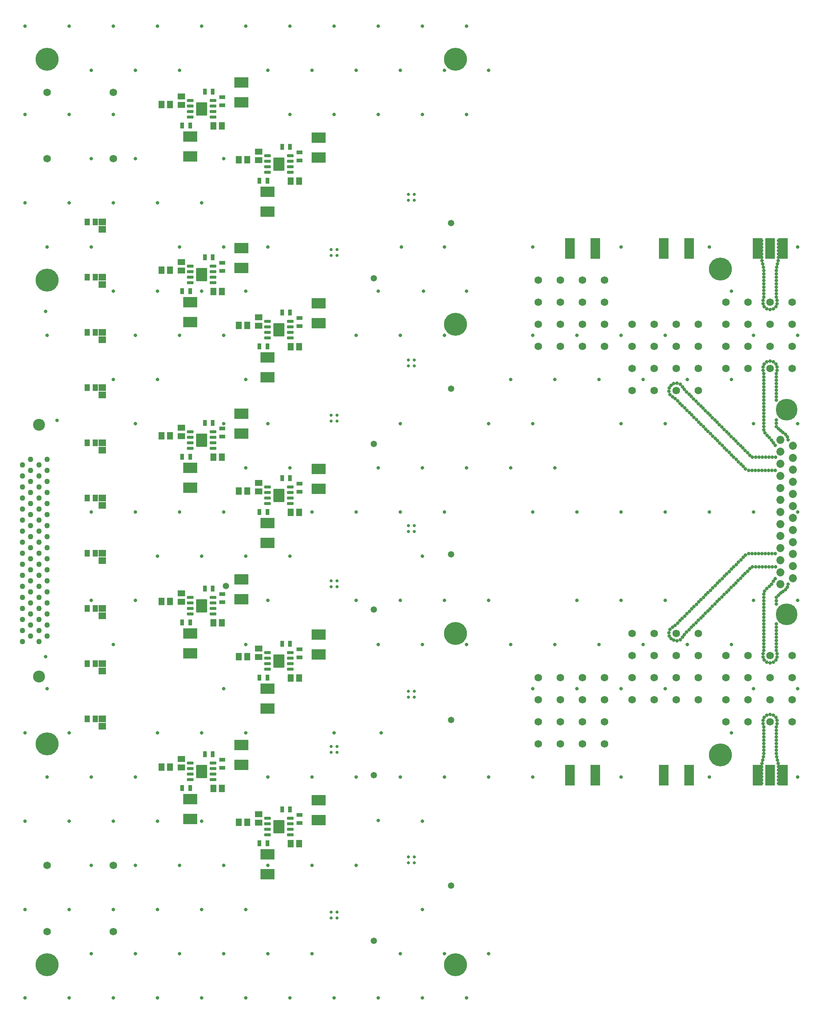
<source format=gbr>
%TF.GenerationSoftware,Altium Limited,Altium Designer,25.0.2 (28)*%
G04 Layer_Color=8388736*
%FSLAX45Y45*%
%MOMM*%
%TF.SameCoordinates,BFBE90A8-51B7-47FB-822D-EC39B52C7656*%
%TF.FilePolarity,Negative*%
%TF.FileFunction,Soldermask,Top*%
%TF.Part,Single*%
G01*
G75*
%TA.AperFunction,SMDPad,CuDef*%
%ADD13R,0.95000X1.40000*%
%ADD17R,1.40000X0.95000*%
%TA.AperFunction,ViaPad*%
%ADD47C,1.47320*%
%TA.AperFunction,OtherPad,Pad U10-9 (88.9mm,80.01mm)*%
G04:AMPARAMS|DCode=57|XSize=2.49mm|YSize=3mm|CornerRadius=0.0498mm|HoleSize=0mm|Usage=FLASHONLY|Rotation=0.000|XOffset=0mm|YOffset=0mm|HoleType=Round|Shape=RoundedRectangle|*
%AMROUNDEDRECTD57*
21,1,2.49000,2.90040,0,0,0.0*
21,1,2.39040,3.00000,0,0,0.0*
1,1,0.09960,1.19520,-1.45020*
1,1,0.09960,-1.19520,-1.45020*
1,1,0.09960,-1.19520,1.45020*
1,1,0.09960,1.19520,1.45020*
%
%ADD57ROUNDEDRECTD57*%
%TA.AperFunction,OtherPad,Pad U2-9 (88.9mm,232.41mm)*%
G04:AMPARAMS|DCode=58|XSize=2.49mm|YSize=3mm|CornerRadius=0.0498mm|HoleSize=0mm|Usage=FLASHONLY|Rotation=0.000|XOffset=0mm|YOffset=0mm|HoleType=Round|Shape=RoundedRectangle|*
%AMROUNDEDRECTD58*
21,1,2.49000,2.90040,0,0,0.0*
21,1,2.39040,3.00000,0,0,0.0*
1,1,0.09960,1.19520,-1.45020*
1,1,0.09960,-1.19520,-1.45020*
1,1,0.09960,-1.19520,1.45020*
1,1,0.09960,1.19520,1.45020*
%
%ADD58ROUNDEDRECTD58*%
%TA.AperFunction,OtherPad,Pad U4-9 (88.9mm,194.31mm)*%
G04:AMPARAMS|DCode=59|XSize=2.49mm|YSize=3mm|CornerRadius=0.0498mm|HoleSize=0mm|Usage=FLASHONLY|Rotation=0.000|XOffset=0mm|YOffset=0mm|HoleType=Round|Shape=RoundedRectangle|*
%AMROUNDEDRECTD59*
21,1,2.49000,2.90040,0,0,0.0*
21,1,2.39040,3.00000,0,0,0.0*
1,1,0.09960,1.19520,-1.45020*
1,1,0.09960,-1.19520,-1.45020*
1,1,0.09960,-1.19520,1.45020*
1,1,0.09960,1.19520,1.45020*
%
%ADD59ROUNDEDRECTD59*%
%TA.AperFunction,OtherPad,Pad U8-9 (88.9mm,118.11mm)*%
G04:AMPARAMS|DCode=60|XSize=2.49mm|YSize=3mm|CornerRadius=0.0498mm|HoleSize=0mm|Usage=FLASHONLY|Rotation=0.000|XOffset=0mm|YOffset=0mm|HoleType=Round|Shape=RoundedRectangle|*
%AMROUNDEDRECTD60*
21,1,2.49000,2.90040,0,0,0.0*
21,1,2.39040,3.00000,0,0,0.0*
1,1,0.09960,1.19520,-1.45020*
1,1,0.09960,-1.19520,-1.45020*
1,1,0.09960,-1.19520,1.45020*
1,1,0.09960,1.19520,1.45020*
%
%ADD60ROUNDEDRECTD60*%
%TA.AperFunction,OtherPad,Pad U6-9 (88.9mm,156.21mm)*%
G04:AMPARAMS|DCode=61|XSize=2.49mm|YSize=3mm|CornerRadius=0.0498mm|HoleSize=0mm|Usage=FLASHONLY|Rotation=0.000|XOffset=0mm|YOffset=0mm|HoleType=Round|Shape=RoundedRectangle|*
%AMROUNDEDRECTD61*
21,1,2.49000,2.90040,0,0,0.0*
21,1,2.39040,3.00000,0,0,0.0*
1,1,0.09960,1.19520,-1.45020*
1,1,0.09960,-1.19520,-1.45020*
1,1,0.09960,-1.19520,1.45020*
1,1,0.09960,1.19520,1.45020*
%
%ADD61ROUNDEDRECTD61*%
%TA.AperFunction,OtherPad,Pad U1-9 (71.12mm,245.11mm)*%
G04:AMPARAMS|DCode=62|XSize=2.49mm|YSize=3mm|CornerRadius=0.0498mm|HoleSize=0mm|Usage=FLASHONLY|Rotation=0.000|XOffset=0mm|YOffset=0mm|HoleType=Round|Shape=RoundedRectangle|*
%AMROUNDEDRECTD62*
21,1,2.49000,2.90040,0,0,0.0*
21,1,2.39040,3.00000,0,0,0.0*
1,1,0.09960,1.19520,-1.45020*
1,1,0.09960,-1.19520,-1.45020*
1,1,0.09960,-1.19520,1.45020*
1,1,0.09960,1.19520,1.45020*
%
%ADD62ROUNDEDRECTD62*%
%TA.AperFunction,OtherPad,Pad U3-9 (71.12mm,207.01mm)*%
G04:AMPARAMS|DCode=63|XSize=2.49mm|YSize=3mm|CornerRadius=0.0498mm|HoleSize=0mm|Usage=FLASHONLY|Rotation=0.000|XOffset=0mm|YOffset=0mm|HoleType=Round|Shape=RoundedRectangle|*
%AMROUNDEDRECTD63*
21,1,2.49000,2.90040,0,0,0.0*
21,1,2.39040,3.00000,0,0,0.0*
1,1,0.09960,1.19520,-1.45020*
1,1,0.09960,-1.19520,-1.45020*
1,1,0.09960,-1.19520,1.45020*
1,1,0.09960,1.19520,1.45020*
%
%ADD63ROUNDEDRECTD63*%
%TA.AperFunction,OtherPad,Pad U9-9 (71.12mm,92.71mm)*%
G04:AMPARAMS|DCode=64|XSize=2.49mm|YSize=3mm|CornerRadius=0.0498mm|HoleSize=0mm|Usage=FLASHONLY|Rotation=0.000|XOffset=0mm|YOffset=0mm|HoleType=Round|Shape=RoundedRectangle|*
%AMROUNDEDRECTD64*
21,1,2.49000,2.90040,0,0,0.0*
21,1,2.39040,3.00000,0,0,0.0*
1,1,0.09960,1.19520,-1.45020*
1,1,0.09960,-1.19520,-1.45020*
1,1,0.09960,-1.19520,1.45020*
1,1,0.09960,1.19520,1.45020*
%
%ADD64ROUNDEDRECTD64*%
%TA.AperFunction,OtherPad,Pad U7-9 (71.12mm,130.81mm)*%
G04:AMPARAMS|DCode=65|XSize=2.49mm|YSize=3mm|CornerRadius=0.0498mm|HoleSize=0mm|Usage=FLASHONLY|Rotation=0.000|XOffset=0mm|YOffset=0mm|HoleType=Round|Shape=RoundedRectangle|*
%AMROUNDEDRECTD65*
21,1,2.49000,2.90040,0,0,0.0*
21,1,2.39040,3.00000,0,0,0.0*
1,1,0.09960,1.19520,-1.45020*
1,1,0.09960,-1.19520,-1.45020*
1,1,0.09960,-1.19520,1.45020*
1,1,0.09960,1.19520,1.45020*
%
%ADD65ROUNDEDRECTD65*%
%TA.AperFunction,OtherPad,Pad U5-9 (71.12mm,168.91mm)*%
G04:AMPARAMS|DCode=66|XSize=2.49mm|YSize=3mm|CornerRadius=0.0498mm|HoleSize=0mm|Usage=FLASHONLY|Rotation=0.000|XOffset=0mm|YOffset=0mm|HoleType=Round|Shape=RoundedRectangle|*
%AMROUNDEDRECTD66*
21,1,2.49000,2.90040,0,0,0.0*
21,1,2.39040,3.00000,0,0,0.0*
1,1,0.09960,1.19520,-1.45020*
1,1,0.09960,-1.19520,-1.45020*
1,1,0.09960,-1.19520,1.45020*
1,1,0.09960,1.19520,1.45020*
%
%ADD66ROUNDEDRECTD66*%
%TA.AperFunction,SMDPad,CuDef*%
%ADD67R,2.23520X4.77520*%
%ADD68R,1.65320X1.40320*%
%ADD69R,1.40320X1.65320*%
G04:AMPARAMS|DCode=70|XSize=0.7532mm|YSize=1.4532mm|CornerRadius=0.1511mm|HoleSize=0mm|Usage=FLASHONLY|Rotation=90.000|XOffset=0mm|YOffset=0mm|HoleType=Round|Shape=RoundedRectangle|*
%AMROUNDEDRECTD70*
21,1,0.75320,1.15100,0,0,90.0*
21,1,0.45100,1.45320,0,0,90.0*
1,1,0.30220,0.57550,0.22550*
1,1,0.30220,0.57550,-0.22550*
1,1,0.30220,-0.57550,-0.22550*
1,1,0.30220,-0.57550,0.22550*
%
%ADD70ROUNDEDRECTD70*%
%ADD71R,3.25120X2.48920*%
%ADD72R,1.65320X1.50320*%
%ADD73R,1.20320X1.55320*%
%TA.AperFunction,ComponentPad*%
%ADD74C,1.27000*%
%ADD75C,2.74320*%
%ADD76C,1.72720*%
%TA.AperFunction,ViaPad*%
%ADD77C,1.72720*%
%TA.AperFunction,ComponentPad*%
%ADD78C,1.85320*%
%ADD79C,5.00320*%
%TA.AperFunction,ViaPad*%
%ADD80C,5.28320*%
%ADD81C,0.81280*%
%ADD82C,0.70320*%
D13*
X8626900Y22860001D02*
D03*
X8441900D02*
D03*
X8626900Y19050000D02*
D03*
X8441900D02*
D03*
X8626900Y7620000D02*
D03*
X8441900D02*
D03*
X8626900Y11430000D02*
D03*
X8441900D02*
D03*
X8962600Y8394700D02*
D03*
X9147600D02*
D03*
X8962600Y12204700D02*
D03*
X9147600D02*
D03*
X8962600Y23634700D02*
D03*
X9147600D02*
D03*
X8962600Y19824699D02*
D03*
X9147600D02*
D03*
X8626900Y15239999D02*
D03*
X8441900D02*
D03*
X8962600Y16014700D02*
D03*
X9147600D02*
D03*
X6848900Y12700000D02*
D03*
X6663900D02*
D03*
X7184600Y13474699D02*
D03*
X7369600D02*
D03*
X7184600Y9664700D02*
D03*
X7369600D02*
D03*
X7184600Y21094701D02*
D03*
X7369600D02*
D03*
X7184600Y24904700D02*
D03*
X7369600D02*
D03*
X6848900Y8890000D02*
D03*
X6663900D02*
D03*
X6848900Y24130000D02*
D03*
X6663900D02*
D03*
X6848900Y20320000D02*
D03*
X6663900D02*
D03*
X6848900Y16510001D02*
D03*
X6663900D02*
D03*
X7184600Y17284700D02*
D03*
X7369600D02*
D03*
D17*
X9359900Y23326300D02*
D03*
Y23511301D02*
D03*
Y19516299D02*
D03*
Y19701300D02*
D03*
Y8086300D02*
D03*
Y8271300D02*
D03*
Y11896300D02*
D03*
Y12081300D02*
D03*
Y15706300D02*
D03*
Y15891299D02*
D03*
X7581900Y24596300D02*
D03*
Y24781300D02*
D03*
Y20786301D02*
D03*
Y20971300D02*
D03*
Y9356300D02*
D03*
Y9541300D02*
D03*
Y13166299D02*
D03*
Y13351300D02*
D03*
Y16976300D02*
D03*
Y17161301D02*
D03*
D47*
X7670800Y13538200D02*
D03*
X8026400Y25120599D02*
D03*
X9804400Y23850600D02*
D03*
X8026400Y21310600D02*
D03*
X9804400Y20040601D02*
D03*
X8026400Y17500600D02*
D03*
X9804400Y16230600D02*
D03*
Y12420600D02*
D03*
X8026400Y9880600D02*
D03*
X9804400Y8610600D02*
D03*
X11074400Y5372100D02*
D03*
X12852400Y6642100D02*
D03*
X11074400Y9182100D02*
D03*
X12852400Y10452100D02*
D03*
Y21882100D02*
D03*
X11074400Y20612100D02*
D03*
X12852400Y18072099D02*
D03*
X11074400Y16802100D02*
D03*
X12852400Y14262100D02*
D03*
X11074400Y12992101D02*
D03*
X8623300Y7366000D02*
D03*
X9804400Y8153400D02*
D03*
X8623300Y11176000D02*
D03*
X9804400Y11963400D02*
D03*
X8623300Y22606000D02*
D03*
X9804400Y23393401D02*
D03*
X8623300Y14986000D02*
D03*
X9804400Y15773399D02*
D03*
Y19583400D02*
D03*
X8623300Y18796001D02*
D03*
X8026400Y9423400D02*
D03*
Y13233400D02*
D03*
Y24663400D02*
D03*
Y20853400D02*
D03*
X6845300Y8636000D02*
D03*
Y12446000D02*
D03*
Y20066000D02*
D03*
Y23875999D02*
D03*
Y16256000D02*
D03*
X8026400Y17043401D02*
D03*
D57*
X8890000Y8001000D02*
D03*
D58*
Y23241000D02*
D03*
D59*
Y19431000D02*
D03*
D60*
Y11811000D02*
D03*
D61*
Y15621001D02*
D03*
D62*
X7112000Y24511000D02*
D03*
D63*
Y20700999D02*
D03*
D64*
Y9271000D02*
D03*
D65*
Y13081000D02*
D03*
D66*
Y16891000D02*
D03*
D67*
X15582899Y9182100D02*
D03*
X16167099D02*
D03*
X17741901D02*
D03*
X18326100D02*
D03*
X19900900D02*
D03*
X20485100D02*
D03*
X20192999D02*
D03*
X19900900Y21297900D02*
D03*
X20485100D02*
D03*
X20192999D02*
D03*
X17741901D02*
D03*
X18326100D02*
D03*
X16167101D02*
D03*
X15582899D02*
D03*
D68*
X8420100Y8091500D02*
D03*
Y8291500D02*
D03*
Y11901500D02*
D03*
Y12101500D02*
D03*
Y23331500D02*
D03*
Y23531500D02*
D03*
Y19521500D02*
D03*
Y19721500D02*
D03*
Y15711501D02*
D03*
Y15911501D02*
D03*
X6642100Y9361500D02*
D03*
Y9561500D02*
D03*
Y13171500D02*
D03*
Y13371500D02*
D03*
Y24601500D02*
D03*
Y24801500D02*
D03*
Y20791499D02*
D03*
Y20991499D02*
D03*
Y16981500D02*
D03*
Y17181500D02*
D03*
D69*
X7964500Y8102600D02*
D03*
X8164500D02*
D03*
X7964500Y11912600D02*
D03*
X8164500D02*
D03*
X7964500Y23342599D02*
D03*
X8164500D02*
D03*
X7964500Y19532600D02*
D03*
X8164500D02*
D03*
X9158300Y22847301D02*
D03*
X9358300D02*
D03*
X9158300Y19037300D02*
D03*
X9358300D02*
D03*
X9158300Y7607300D02*
D03*
X9358300D02*
D03*
X9158300Y11417300D02*
D03*
X9358300D02*
D03*
X7964500Y15722600D02*
D03*
X8164500D02*
D03*
X9158300Y15227299D02*
D03*
X9358300D02*
D03*
X6186500Y9372600D02*
D03*
X6386500D02*
D03*
X6186500Y24612601D02*
D03*
X6386500D02*
D03*
X6186500Y20802600D02*
D03*
X6386500D02*
D03*
X6186500Y13182600D02*
D03*
X6386500D02*
D03*
X7380300Y8877300D02*
D03*
X7580300D02*
D03*
X7380300Y12687300D02*
D03*
X7580300D02*
D03*
X7380300Y24117300D02*
D03*
X7580300D02*
D03*
X7380300Y20307300D02*
D03*
X7580300D02*
D03*
X7380300Y16497301D02*
D03*
X7580300D02*
D03*
X6186500Y16992599D02*
D03*
X6386500D02*
D03*
D70*
X8627500Y8191500D02*
D03*
Y8064500D02*
D03*
Y7937500D02*
D03*
Y7810500D02*
D03*
X9152500Y8191500D02*
D03*
Y8064500D02*
D03*
Y7937500D02*
D03*
Y7810500D02*
D03*
X8627500Y23431500D02*
D03*
Y23304500D02*
D03*
Y23177499D02*
D03*
Y23050500D02*
D03*
X9152500Y23431500D02*
D03*
Y23304500D02*
D03*
Y23177499D02*
D03*
Y23050500D02*
D03*
X8627500Y19621500D02*
D03*
Y19494501D02*
D03*
Y19367500D02*
D03*
Y19240500D02*
D03*
X9152500Y19621500D02*
D03*
Y19494501D02*
D03*
Y19367500D02*
D03*
Y19240500D02*
D03*
X8627500Y12001500D02*
D03*
Y11874500D02*
D03*
Y11747500D02*
D03*
Y11620500D02*
D03*
X9152500Y12001500D02*
D03*
Y11874500D02*
D03*
Y11747500D02*
D03*
Y11620500D02*
D03*
X8627500Y15811501D02*
D03*
Y15684500D02*
D03*
Y15557500D02*
D03*
Y15430499D02*
D03*
X9152500Y15811501D02*
D03*
Y15684500D02*
D03*
Y15557500D02*
D03*
Y15430499D02*
D03*
X6849500Y24701500D02*
D03*
Y24574500D02*
D03*
Y24447501D02*
D03*
Y24320500D02*
D03*
X7374500Y24701500D02*
D03*
Y24574500D02*
D03*
Y24447501D02*
D03*
Y24320500D02*
D03*
X6849500Y20891499D02*
D03*
Y20764500D02*
D03*
Y20637500D02*
D03*
Y20510500D02*
D03*
X7374500Y20891499D02*
D03*
Y20764500D02*
D03*
Y20637500D02*
D03*
Y20510500D02*
D03*
X6849500Y9461500D02*
D03*
Y9334500D02*
D03*
Y9207500D02*
D03*
Y9080500D02*
D03*
X7374500Y9461500D02*
D03*
Y9334500D02*
D03*
Y9207500D02*
D03*
Y9080500D02*
D03*
X6849500Y13271500D02*
D03*
Y13144501D02*
D03*
Y13017500D02*
D03*
Y12890500D02*
D03*
X7374500Y13271500D02*
D03*
Y13144501D02*
D03*
Y13017500D02*
D03*
Y12890500D02*
D03*
X6849500Y17081500D02*
D03*
Y16954500D02*
D03*
Y16827499D02*
D03*
Y16700500D02*
D03*
X7374500Y17081500D02*
D03*
Y16954500D02*
D03*
Y16827499D02*
D03*
Y16700500D02*
D03*
D71*
X9804400Y8610600D02*
D03*
Y8153400D02*
D03*
Y12420600D02*
D03*
Y11963400D02*
D03*
Y23850600D02*
D03*
Y23393401D02*
D03*
Y20040601D02*
D03*
Y19583400D02*
D03*
X8623300Y6908800D02*
D03*
Y7366000D02*
D03*
Y10718800D02*
D03*
Y11176000D02*
D03*
Y22148801D02*
D03*
Y22606000D02*
D03*
Y18338800D02*
D03*
Y18796001D02*
D03*
Y14528799D02*
D03*
Y14986000D02*
D03*
X9804400Y16230600D02*
D03*
Y15773399D02*
D03*
X8026400Y9880600D02*
D03*
Y9423400D02*
D03*
Y13690601D02*
D03*
Y13233400D02*
D03*
Y25120599D02*
D03*
Y24663400D02*
D03*
Y21310600D02*
D03*
Y20853400D02*
D03*
Y17500600D02*
D03*
Y17043401D02*
D03*
X6845300Y8178800D02*
D03*
Y8636000D02*
D03*
Y11988800D02*
D03*
Y12446000D02*
D03*
Y23418800D02*
D03*
Y23875999D02*
D03*
Y19608800D02*
D03*
Y20066000D02*
D03*
Y15798801D02*
D03*
Y16256000D02*
D03*
D72*
X4826000Y21742500D02*
D03*
Y21907500D02*
D03*
Y20472501D02*
D03*
Y20637502D02*
D03*
Y19202501D02*
D03*
Y19367500D02*
D03*
Y17932501D02*
D03*
Y18097501D02*
D03*
Y16662502D02*
D03*
Y16827501D02*
D03*
Y15392500D02*
D03*
Y15557501D02*
D03*
Y14122501D02*
D03*
Y14287502D02*
D03*
Y12852501D02*
D03*
Y13017500D02*
D03*
Y11582501D02*
D03*
Y11747501D02*
D03*
Y10312501D02*
D03*
Y10477501D02*
D03*
D73*
X4662000Y15557500D02*
D03*
X4482000D02*
D03*
Y21907500D02*
D03*
X4662000D02*
D03*
X4482000Y14287500D02*
D03*
X4662000D02*
D03*
X4482000Y20637500D02*
D03*
X4662000D02*
D03*
X4482000Y13017500D02*
D03*
X4662000D02*
D03*
X4482000Y19367500D02*
D03*
X4662000D02*
D03*
X4482000Y11747500D02*
D03*
X4662000D02*
D03*
X4482000Y18097501D02*
D03*
X4662000D02*
D03*
X4482000Y10477500D02*
D03*
X4662000D02*
D03*
X4482000Y16827499D02*
D03*
X4662000D02*
D03*
D74*
X3365500Y12255500D02*
D03*
Y12509500D02*
D03*
X3556000Y12382500D02*
D03*
X3365500Y12763500D02*
D03*
X3556000Y12636500D02*
D03*
X3365500Y13017500D02*
D03*
X3556000Y12890500D02*
D03*
X3365500Y13271500D02*
D03*
X3556000Y13144501D02*
D03*
X3365500Y13525500D02*
D03*
X3556000Y13398500D02*
D03*
X3365500Y13779500D02*
D03*
X3556000Y13652499D02*
D03*
X3365500Y14033501D02*
D03*
X3556000Y13906500D02*
D03*
X3365500Y14287500D02*
D03*
X3556000Y14160500D02*
D03*
X3365500Y14541499D02*
D03*
X3556000Y14414500D02*
D03*
X3365500Y14795500D02*
D03*
X3556000Y14668500D02*
D03*
X3365500Y15049500D02*
D03*
X3556000Y14922501D02*
D03*
X3365500Y15303500D02*
D03*
X3556000Y15176500D02*
D03*
X3365500Y15557500D02*
D03*
X3556000Y15430499D02*
D03*
X3365500Y15811501D02*
D03*
X3556000Y15684500D02*
D03*
X3365500Y16065500D02*
D03*
X3556000Y15938499D02*
D03*
X3365500Y16319501D02*
D03*
X3556000Y16192500D02*
D03*
Y16446500D02*
D03*
X2984500Y12255500D02*
D03*
Y12509500D02*
D03*
X3175000Y12382500D02*
D03*
X2984500Y12763500D02*
D03*
X3175000Y12636500D02*
D03*
X2984500Y13017500D02*
D03*
X3175000Y12890500D02*
D03*
X2984500Y13271500D02*
D03*
X3175000Y13144501D02*
D03*
X2984500Y13525500D02*
D03*
X3175000Y13398500D02*
D03*
X2984500Y13779500D02*
D03*
X3175000Y13652499D02*
D03*
X2984500Y14033501D02*
D03*
X3175000Y13906500D02*
D03*
X2984500Y14287500D02*
D03*
X3175000Y14160500D02*
D03*
X2984500Y14541499D02*
D03*
X3175000Y14414500D02*
D03*
X2984500Y14795500D02*
D03*
X3175000Y14668500D02*
D03*
X2984500Y15049500D02*
D03*
X3175000Y14922501D02*
D03*
X2984500Y15303500D02*
D03*
X3175000Y15176500D02*
D03*
X2984500Y15557500D02*
D03*
X3175000Y15430499D02*
D03*
X2984500Y15811501D02*
D03*
X3175000Y15684500D02*
D03*
X2984500Y16065500D02*
D03*
X3175000Y15938499D02*
D03*
X2984500Y16319501D02*
D03*
X3175000Y16192500D02*
D03*
Y16446500D02*
D03*
D75*
X3365500Y11455400D02*
D03*
Y17246600D02*
D03*
D76*
X16383000Y19050000D02*
D03*
Y19558000D02*
D03*
Y20066000D02*
D03*
Y20574001D02*
D03*
X15875000Y19050000D02*
D03*
Y19558000D02*
D03*
Y20066000D02*
D03*
Y20574001D02*
D03*
X15367000Y19050000D02*
D03*
Y19558000D02*
D03*
Y20066000D02*
D03*
Y20574001D02*
D03*
X14859000Y19050000D02*
D03*
Y19558000D02*
D03*
Y20066000D02*
D03*
Y20574001D02*
D03*
X18542000Y12446000D02*
D03*
Y11938000D02*
D03*
Y11430000D02*
D03*
Y10922000D02*
D03*
X18034000Y12446000D02*
D03*
Y11938000D02*
D03*
Y11430000D02*
D03*
Y10922000D02*
D03*
X17525999Y12446000D02*
D03*
Y11938000D02*
D03*
Y11430000D02*
D03*
Y10922000D02*
D03*
X17017999Y12446000D02*
D03*
Y11938000D02*
D03*
Y11430000D02*
D03*
Y10922000D02*
D03*
X20700999Y11938000D02*
D03*
Y11430000D02*
D03*
Y10922000D02*
D03*
Y10414000D02*
D03*
X20192999Y11938000D02*
D03*
Y11430000D02*
D03*
Y10922000D02*
D03*
Y10414000D02*
D03*
X19685001Y11938000D02*
D03*
Y11430000D02*
D03*
Y10922000D02*
D03*
Y10414000D02*
D03*
X19177000Y11938000D02*
D03*
Y11430000D02*
D03*
Y10922000D02*
D03*
Y10414000D02*
D03*
X20700999Y18542000D02*
D03*
Y19050000D02*
D03*
Y19558000D02*
D03*
Y20066000D02*
D03*
X20192999Y18542000D02*
D03*
Y19050000D02*
D03*
Y19558000D02*
D03*
Y20066000D02*
D03*
X19685001Y18542000D02*
D03*
Y19050000D02*
D03*
Y19558000D02*
D03*
Y20066000D02*
D03*
X19177000Y18542000D02*
D03*
Y19050000D02*
D03*
Y19558000D02*
D03*
Y20066000D02*
D03*
X16383000Y11430000D02*
D03*
Y10922000D02*
D03*
Y10414000D02*
D03*
Y9906000D02*
D03*
X15875000Y11430000D02*
D03*
Y10922000D02*
D03*
Y10414000D02*
D03*
Y9906000D02*
D03*
X15367000Y11430000D02*
D03*
Y10922000D02*
D03*
Y10414000D02*
D03*
Y9906000D02*
D03*
X14859000Y11430000D02*
D03*
Y10922000D02*
D03*
Y10414000D02*
D03*
Y9906000D02*
D03*
X18542000Y18034000D02*
D03*
Y18542000D02*
D03*
Y19050000D02*
D03*
Y19558000D02*
D03*
X18034000Y18034000D02*
D03*
Y18542000D02*
D03*
Y19050000D02*
D03*
Y19558000D02*
D03*
X17525999Y18034000D02*
D03*
Y18542000D02*
D03*
Y19050000D02*
D03*
Y19558000D02*
D03*
X17017999Y18034000D02*
D03*
Y18542000D02*
D03*
Y19050000D02*
D03*
Y19558000D02*
D03*
D77*
X3556000Y7112000D02*
D03*
Y23367999D02*
D03*
Y24892000D02*
D03*
X5080000D02*
D03*
Y23367999D02*
D03*
X3556000Y5588000D02*
D03*
X5080000D02*
D03*
Y7112000D02*
D03*
D78*
X20716200Y13716499D02*
D03*
Y13993500D02*
D03*
Y14270500D02*
D03*
Y14547501D02*
D03*
Y14824500D02*
D03*
Y15101500D02*
D03*
Y15378500D02*
D03*
Y15655499D02*
D03*
Y15932500D02*
D03*
Y16209500D02*
D03*
Y16486501D02*
D03*
Y16763499D02*
D03*
X20432201Y13578000D02*
D03*
Y13855000D02*
D03*
Y14132001D02*
D03*
Y14409000D02*
D03*
Y14686000D02*
D03*
Y14963000D02*
D03*
Y16625000D02*
D03*
Y16902000D02*
D03*
Y16071001D02*
D03*
Y16348000D02*
D03*
Y15794000D02*
D03*
Y15517000D02*
D03*
Y15239999D02*
D03*
D79*
X20574200Y17595000D02*
D03*
Y12885001D02*
D03*
D80*
X19050000Y20828000D02*
D03*
Y9652000D02*
D03*
X12953999Y19558000D02*
D03*
Y12446000D02*
D03*
X3556000Y20574001D02*
D03*
Y9906000D02*
D03*
Y25654001D02*
D03*
X12953999D02*
D03*
Y4826000D02*
D03*
X3556000D02*
D03*
D81*
X6096000Y14224001D02*
D03*
X3048000Y10160000D02*
D03*
X9144000Y14224001D02*
D03*
X8636000Y21336000D02*
D03*
X16764000Y11176000D02*
D03*
X5080000Y24384000D02*
D03*
X13716000Y25400000D02*
D03*
X3048000Y6096000D02*
D03*
X19812000Y15239999D02*
D03*
X9144000Y26416000D02*
D03*
X8636000Y25400000D02*
D03*
X15239999Y18288000D02*
D03*
X16764000Y17272000D02*
D03*
X6096000Y22352000D02*
D03*
X10160000Y26416000D02*
D03*
X12192000Y4064000D02*
D03*
X16764000Y13208000D02*
D03*
X6604000Y7112000D02*
D03*
X9652000Y9144000D02*
D03*
X3048000Y22352000D02*
D03*
X15748000Y15239999D02*
D03*
X4064000Y10160000D02*
D03*
X17780000Y17272000D02*
D03*
X7620000Y11176000D02*
D03*
X9652000Y7112000D02*
D03*
X15748000Y11176000D02*
D03*
X14732001D02*
D03*
X12192000Y6096000D02*
D03*
X13716000Y17272000D02*
D03*
X20828000D02*
D03*
X10668000Y9144000D02*
D03*
X15239999Y12192000D02*
D03*
X11709400Y21336000D02*
D03*
X19812000Y19303999D02*
D03*
X4572000Y25400000D02*
D03*
X8128000Y6096000D02*
D03*
X20828000Y21336000D02*
D03*
X4572000D02*
D03*
X12192000Y12192000D02*
D03*
X4572000Y23367999D02*
D03*
X11684000Y5080000D02*
D03*
X7620000Y21336000D02*
D03*
X11176000Y8140700D02*
D03*
X5588000Y25400000D02*
D03*
X15239999Y16256000D02*
D03*
X12700000Y21336000D02*
D03*
X8636000Y9144000D02*
D03*
X5080000Y8128000D02*
D03*
X11684000Y9144000D02*
D03*
X4064000Y22352000D02*
D03*
X5588000Y19303999D02*
D03*
X5080000Y4064000D02*
D03*
X11176000Y16256000D02*
D03*
X17780000Y11176000D02*
D03*
X10668000Y19303999D02*
D03*
X7112000Y26416000D02*
D03*
X6096000Y10160000D02*
D03*
X12217400Y20320000D02*
D03*
X14732001Y21336000D02*
D03*
X7620000Y5080000D02*
D03*
X8636000Y7112000D02*
D03*
X5588000Y15239999D02*
D03*
X12192000Y26416000D02*
D03*
X11176000D02*
D03*
X4064000Y24384000D02*
D03*
X7620000Y17272000D02*
D03*
X8128000Y26416000D02*
D03*
X15748000Y13208000D02*
D03*
X20828000Y11176000D02*
D03*
X14224001Y16256000D02*
D03*
X5588000Y13208000D02*
D03*
X7112000Y14224001D02*
D03*
X9652000Y15239999D02*
D03*
X11684000D02*
D03*
X6604000D02*
D03*
X15748000Y19303999D02*
D03*
X5588000Y7112000D02*
D03*
X8128000Y10160000D02*
D03*
X12700000Y5080000D02*
D03*
X7620000Y15239999D02*
D03*
X16256000Y18288000D02*
D03*
X8636000Y17272000D02*
D03*
X5080000Y22352000D02*
D03*
X4064000Y8128000D02*
D03*
X13716000Y13208000D02*
D03*
X5588000Y23367999D02*
D03*
X3048000Y8128000D02*
D03*
X8128000Y4064000D02*
D03*
X14732001Y17272000D02*
D03*
X10668000Y15239999D02*
D03*
X9652000Y5080000D02*
D03*
X7112000Y8128000D02*
D03*
X14732001Y19303999D02*
D03*
X13208000Y4064000D02*
D03*
X17780000Y19303999D02*
D03*
X11176000Y20320000D02*
D03*
X8128000Y14224001D02*
D03*
X10668000Y13208000D02*
D03*
X3556000Y21336000D02*
D03*
X17780000Y15239999D02*
D03*
X13716000Y9144000D02*
D03*
X7112000Y22352000D02*
D03*
X8128000Y18288000D02*
D03*
X14732001Y15239999D02*
D03*
X18288000Y12192000D02*
D03*
X8636000Y5080000D02*
D03*
X14224001Y18288000D02*
D03*
X12192000Y24384000D02*
D03*
X13208000D02*
D03*
X4572000Y5080000D02*
D03*
X6096000Y20320000D02*
D03*
X10668000Y25400000D02*
D03*
X6604000Y19303999D02*
D03*
X5080000Y20320000D02*
D03*
X8128000Y16256000D02*
D03*
X17272000Y12192000D02*
D03*
X4064000Y6096000D02*
D03*
X13208000Y20320000D02*
D03*
X19812000Y11176000D02*
D03*
X11176000Y24384000D02*
D03*
X16764000Y19303999D02*
D03*
X7620000Y7112000D02*
D03*
X12192000Y8128000D02*
D03*
X7112000Y10160000D02*
D03*
X3556000Y11176000D02*
D03*
X19303999Y20320000D02*
D03*
X5588000Y5080000D02*
D03*
X11239500Y10160000D02*
D03*
X8636000Y13208000D02*
D03*
X6096000Y6096000D02*
D03*
X20828000Y19303999D02*
D03*
X19303999Y18288000D02*
D03*
X13208000Y12192000D02*
D03*
X16764000Y9144000D02*
D03*
X12700000D02*
D03*
X18288000Y18288000D02*
D03*
X7112000Y20320000D02*
D03*
X19812000Y13208000D02*
D03*
X5588000Y17272000D02*
D03*
X5080000Y12192000D02*
D03*
X16764000Y15239999D02*
D03*
X3048000Y24384000D02*
D03*
X7620000Y19303999D02*
D03*
X4572000Y13208000D02*
D03*
X11684000D02*
D03*
X10160000Y4064000D02*
D03*
Y24384000D02*
D03*
X13716000Y5080000D02*
D03*
X11684000Y25400000D02*
D03*
X5080000Y6096000D02*
D03*
X19303999Y10160000D02*
D03*
Y12192000D02*
D03*
X7112000Y4064000D02*
D03*
X3556000Y9144000D02*
D03*
X6096000Y8128000D02*
D03*
X7112000Y6096000D02*
D03*
X17780000Y13208000D02*
D03*
X4572000Y9144000D02*
D03*
X8128000Y20320000D02*
D03*
X12192000Y14224001D02*
D03*
X4064000Y4064000D02*
D03*
X13208000Y26416000D02*
D03*
X12700000Y19303999D02*
D03*
X7620000Y23367999D02*
D03*
X9144000Y4064000D02*
D03*
X12700000Y25400000D02*
D03*
X18796001Y21336000D02*
D03*
X5080000Y26416000D02*
D03*
X14224001Y12192000D02*
D03*
X19812000Y17272000D02*
D03*
X4064000Y26416000D02*
D03*
X20828000Y15239999D02*
D03*
X5588000Y9144000D02*
D03*
X11176000Y4064000D02*
D03*
X8128000Y12192000D02*
D03*
X20828000Y9144000D02*
D03*
Y13208000D02*
D03*
X3048000Y26416000D02*
D03*
X3556000Y19303999D02*
D03*
X6604000Y25400000D02*
D03*
X12700000Y15239999D02*
D03*
X13208000Y16256000D02*
D03*
X12700000Y13208000D02*
D03*
X6096000Y26416000D02*
D03*
Y18288000D02*
D03*
X9144000Y16256000D02*
D03*
X10160000Y10160000D02*
D03*
X14732001Y9144000D02*
D03*
X16256000Y12192000D02*
D03*
X9652000Y25400000D02*
D03*
X11176000Y12192000D02*
D03*
X10668000Y7112000D02*
D03*
X6096000Y4064000D02*
D03*
X18796001Y15239999D02*
D03*
X17272000Y18288000D02*
D03*
X3048000Y4064000D02*
D03*
X4572000Y7112000D02*
D03*
X9144000Y24384000D02*
D03*
X12192000Y16256000D02*
D03*
X16764000Y21336000D02*
D03*
X11684000Y17272000D02*
D03*
X6604000Y21336000D02*
D03*
X11684000Y19303999D02*
D03*
X6604000Y5080000D02*
D03*
X4572000Y15239999D02*
D03*
X5080000Y18288000D02*
D03*
X18796001Y9144000D02*
D03*
X20605750Y13581380D02*
D03*
X20593050Y13510260D02*
D03*
X20551140Y13451840D02*
D03*
X20386803Y17155161D02*
D03*
X20436333Y13373100D02*
D03*
X20492720Y13414249D02*
D03*
X20312379Y13704062D02*
D03*
X20270724Y13644881D02*
D03*
X20312379Y16775938D02*
D03*
X20605750Y16898621D02*
D03*
X20593050Y16969740D02*
D03*
X20551140Y17028160D02*
D03*
X20492720Y17065752D02*
D03*
X20270724Y16835120D02*
D03*
X20436333Y17106900D02*
D03*
X20386803Y13324840D02*
D03*
X20040219Y9612556D02*
D03*
X20023938Y9536356D02*
D03*
X20008850Y9460156D02*
D03*
X19994881Y9382760D02*
D03*
X20340207Y10298356D02*
D03*
X20045793D02*
D03*
X20192999Y10581640D02*
D03*
X20060413Y10518140D02*
D03*
X20029170Y10449560D02*
D03*
X20030440Y10373360D02*
D03*
X20119849Y10565130D02*
D03*
X20266151D02*
D03*
X20325587Y10518140D02*
D03*
X20356830Y10449560D02*
D03*
X20355560Y10373360D02*
D03*
X20340207Y10222156D02*
D03*
Y10145956D02*
D03*
Y9993556D02*
D03*
Y10069756D02*
D03*
Y9841156D02*
D03*
Y9917356D02*
D03*
Y9688756D02*
D03*
Y9764956D02*
D03*
X20045793Y10145956D02*
D03*
Y10222156D02*
D03*
Y9993556D02*
D03*
Y10069756D02*
D03*
Y9841156D02*
D03*
Y9917356D02*
D03*
Y9688756D02*
D03*
Y9764956D02*
D03*
X20345781Y9612556D02*
D03*
X20362062Y9536356D02*
D03*
X20377150Y9460156D02*
D03*
X20391119Y9382760D02*
D03*
Y9306560D02*
D03*
Y9230360D02*
D03*
Y9154160D02*
D03*
Y9077960D02*
D03*
Y9001760D02*
D03*
X19994881D02*
D03*
Y9077960D02*
D03*
Y9154160D02*
D03*
Y9230360D02*
D03*
Y9306560D02*
D03*
X20391119Y21173441D02*
D03*
Y21249640D02*
D03*
Y21325841D02*
D03*
Y21402040D02*
D03*
Y21478239D02*
D03*
X19994881D02*
D03*
Y21402040D02*
D03*
Y21325841D02*
D03*
Y21249640D02*
D03*
Y21173441D02*
D03*
Y21097240D02*
D03*
X20008850Y21019844D02*
D03*
X20023938Y20943645D02*
D03*
X20040219Y20867444D02*
D03*
X20340207Y20715044D02*
D03*
Y20791245D02*
D03*
Y20562643D02*
D03*
Y20638844D02*
D03*
Y20410245D02*
D03*
Y20486444D02*
D03*
Y20257845D02*
D03*
Y20334044D02*
D03*
X20045793Y20715044D02*
D03*
Y20791245D02*
D03*
Y20562643D02*
D03*
Y20638844D02*
D03*
Y20410245D02*
D03*
Y20486444D02*
D03*
Y20334044D02*
D03*
Y20257845D02*
D03*
Y12053644D02*
D03*
X20340207D02*
D03*
X20030440Y20106641D02*
D03*
X20029170Y20030440D02*
D03*
X20060413Y19961861D02*
D03*
X20119849Y19914870D02*
D03*
X20266151D02*
D03*
X20355560Y20106641D02*
D03*
X20356830Y20030440D02*
D03*
X20325587Y19961861D02*
D03*
X20192999Y19898360D02*
D03*
X20030440Y11978640D02*
D03*
X20029170Y11902440D02*
D03*
X20060413Y11833860D02*
D03*
X20119849Y11786870D02*
D03*
X20266151D02*
D03*
X20355560Y11978640D02*
D03*
X20356830Y11902440D02*
D03*
X20325587Y11833860D02*
D03*
X20192999Y11770360D02*
D03*
X18050256Y12278614D02*
D03*
X18123409Y12304268D02*
D03*
X18177510Y12359640D02*
D03*
X17973039Y12289028D02*
D03*
X17877028Y12385040D02*
D03*
X17866614Y12462256D02*
D03*
X17892268Y12535408D02*
D03*
X17947639Y12589510D02*
D03*
X17915636Y12327636D02*
D03*
Y18152364D02*
D03*
X20192999Y18709641D02*
D03*
X20228560Y16893539D02*
D03*
X20175220Y16949420D02*
D03*
X20121880Y17002760D02*
D03*
X20071191Y17059836D02*
D03*
X20340207Y17283356D02*
D03*
Y17207156D02*
D03*
Y17359557D02*
D03*
Y18350156D02*
D03*
Y18273956D02*
D03*
Y18121556D02*
D03*
Y18197755D02*
D03*
Y17892957D02*
D03*
Y17816756D02*
D03*
Y17969156D02*
D03*
Y18045357D02*
D03*
X20045793Y17207156D02*
D03*
Y17130956D02*
D03*
Y17816756D02*
D03*
Y17740556D02*
D03*
Y17588156D02*
D03*
Y17664355D02*
D03*
Y17359557D02*
D03*
Y17283356D02*
D03*
Y17435756D02*
D03*
Y17511955D02*
D03*
Y18121556D02*
D03*
Y18045357D02*
D03*
Y17892957D02*
D03*
Y17969156D02*
D03*
Y18273956D02*
D03*
Y18197755D02*
D03*
Y18350156D02*
D03*
X20227756Y13584348D02*
D03*
X20173875Y13530467D02*
D03*
X20119994Y13476585D02*
D03*
X20066112Y13422704D02*
D03*
X20045793Y13349043D02*
D03*
X20340207Y13272844D02*
D03*
X20045793Y12739444D02*
D03*
Y12815643D02*
D03*
Y12968044D02*
D03*
Y12891844D02*
D03*
Y13196645D02*
D03*
Y13272844D02*
D03*
Y13120444D02*
D03*
Y13044244D02*
D03*
Y12129844D02*
D03*
Y12206044D02*
D03*
Y12358444D02*
D03*
Y12282244D02*
D03*
Y12587044D02*
D03*
Y12663244D02*
D03*
Y12510844D02*
D03*
Y12434644D02*
D03*
X20340207Y12663244D02*
D03*
Y13120444D02*
D03*
Y13196645D02*
D03*
Y12358444D02*
D03*
Y12434644D02*
D03*
Y12587044D02*
D03*
Y12510844D02*
D03*
Y12206044D02*
D03*
Y12282244D02*
D03*
Y12129844D02*
D03*
X20045793Y18426357D02*
D03*
X20340207D02*
D03*
X20060413Y18646140D02*
D03*
X20029170Y18577560D02*
D03*
X20030440Y18501360D02*
D03*
X20119849Y18693130D02*
D03*
X20266151D02*
D03*
X20325587Y18646140D02*
D03*
X20356830Y18577560D02*
D03*
X20355560Y18501360D02*
D03*
X20340207Y20181644D02*
D03*
X20045793D02*
D03*
X20320000Y16497301D02*
D03*
X20154900Y16195599D02*
D03*
X20231100Y16197580D02*
D03*
X20307300Y16200121D02*
D03*
X19850101Y16195599D02*
D03*
X19926300D02*
D03*
X20078700D02*
D03*
X20002499D02*
D03*
X20167599Y16500398D02*
D03*
X20243800Y16499840D02*
D03*
X20015199Y16500398D02*
D03*
X20091400D02*
D03*
X19939000D02*
D03*
X19697701Y16195599D02*
D03*
X18927669Y16932150D02*
D03*
X18981549Y16878268D02*
D03*
X19089313Y16770506D02*
D03*
X19035431Y16824387D02*
D03*
X19250957Y16608861D02*
D03*
X19304839Y16554980D02*
D03*
X19197075Y16662743D02*
D03*
X19143195Y16716624D02*
D03*
X19574246Y16285571D02*
D03*
X19628127Y16231689D02*
D03*
X19773900Y16195599D02*
D03*
X19466483Y16393335D02*
D03*
X19520364Y16339453D02*
D03*
X19412601Y16447217D02*
D03*
X19358720Y16501099D02*
D03*
X18065562Y17794255D02*
D03*
X18119444Y17740373D02*
D03*
X18227208Y17632610D02*
D03*
X18173326Y17686491D02*
D03*
X18388852Y17470966D02*
D03*
X18442734Y17417084D02*
D03*
X18334972Y17524847D02*
D03*
X18281088Y17578729D02*
D03*
X18712141Y17147676D02*
D03*
X18766023Y17093794D02*
D03*
X18873785Y16986032D02*
D03*
X18819904Y17039912D02*
D03*
X18604378Y17255440D02*
D03*
X18658260Y17201558D02*
D03*
X18550497Y17309322D02*
D03*
X18496616Y17363203D02*
D03*
X19081969Y17194214D02*
D03*
X19135851Y17140332D02*
D03*
X19243613Y17032568D02*
D03*
X19189731Y17086452D02*
D03*
X19405257Y16870924D02*
D03*
X19459138Y16817043D02*
D03*
X19351376Y16924806D02*
D03*
X19297495Y16978688D02*
D03*
X19728548Y16547636D02*
D03*
X19786600Y16500398D02*
D03*
X19862801D02*
D03*
X19620782Y16655399D02*
D03*
X19674664Y16601517D02*
D03*
X19566902Y16709280D02*
D03*
X19513020Y16763162D02*
D03*
X18650916Y17625266D02*
D03*
X18704797Y17571385D02*
D03*
X18812561Y17463622D02*
D03*
X18758679Y17517503D02*
D03*
X18974205Y17301978D02*
D03*
X19028087Y17248096D02*
D03*
X18920325Y17355859D02*
D03*
X18866441Y17409740D02*
D03*
X18435390Y17840791D02*
D03*
X18489272Y17786911D02*
D03*
X18597034Y17679147D02*
D03*
X18543153Y17733029D02*
D03*
X18327628Y17948555D02*
D03*
X18381508Y17894675D02*
D03*
X18273746Y18002437D02*
D03*
X18011682Y17848135D02*
D03*
X18219864Y18056319D02*
D03*
X20078700Y14284401D02*
D03*
X20154900D02*
D03*
X20307300D02*
D03*
X20231100D02*
D03*
X19773900D02*
D03*
X19850101D02*
D03*
X20002499D02*
D03*
X19926300D02*
D03*
X20165060Y13979601D02*
D03*
X20241260D02*
D03*
X20317461D02*
D03*
X20012660D02*
D03*
X20088860D02*
D03*
X19936459D02*
D03*
X19860260D02*
D03*
X18873785Y13493968D02*
D03*
X18927669Y13547850D02*
D03*
X19035431Y13655614D02*
D03*
X18981549Y13601730D02*
D03*
X19197075Y13817258D02*
D03*
X19250957Y13871140D02*
D03*
X19143195Y13763376D02*
D03*
X19089313Y13709494D02*
D03*
X19520364Y14140547D02*
D03*
X19574246Y14194427D02*
D03*
X19697701Y14284401D02*
D03*
X19628127Y14248309D02*
D03*
X19412601Y14032784D02*
D03*
X19466483Y14086665D02*
D03*
X19358720Y13978902D02*
D03*
X19304839Y13925020D02*
D03*
X18011682Y12631864D02*
D03*
X18065562Y12685745D02*
D03*
X18173326Y12793508D02*
D03*
X18119444Y12739627D02*
D03*
X18334972Y12955153D02*
D03*
X18388852Y13009035D02*
D03*
X18281088Y12901271D02*
D03*
X18227208Y12847391D02*
D03*
X18658260Y13278442D02*
D03*
X18712141Y13332324D02*
D03*
X18819904Y13440086D02*
D03*
X18766023Y13386205D02*
D03*
X18550497Y13170679D02*
D03*
X18604378Y13224561D02*
D03*
X18496616Y13116797D02*
D03*
X18442734Y13062917D02*
D03*
X19081969Y13285786D02*
D03*
X19135851Y13339668D02*
D03*
X19243613Y13447430D02*
D03*
X19189731Y13393549D02*
D03*
X19405257Y13609074D02*
D03*
X19459138Y13662956D02*
D03*
X19351376Y13555194D02*
D03*
X19297495Y13501312D02*
D03*
X19728548Y13932364D02*
D03*
X19784061Y13979601D02*
D03*
X19620782Y13824602D02*
D03*
X19674664Y13878484D02*
D03*
X19566902Y13770720D02*
D03*
X19513020Y13716838D02*
D03*
X18650916Y12854733D02*
D03*
X18704797Y12908615D02*
D03*
X18812561Y13016377D02*
D03*
X18758679Y12962497D02*
D03*
X18974205Y13178023D02*
D03*
X19028087Y13231905D02*
D03*
X18920325Y13124141D02*
D03*
X18866441Y13070261D02*
D03*
X18435390Y12639208D02*
D03*
X18489272Y12693089D02*
D03*
X18597034Y12800851D02*
D03*
X18543153Y12746971D02*
D03*
X18327628Y12531445D02*
D03*
X18381508Y12585326D02*
D03*
X18273746Y12477563D02*
D03*
X18219864Y12423682D02*
D03*
X18177510Y18120360D02*
D03*
X18123409Y18175732D02*
D03*
X18050256Y18201385D02*
D03*
X17973039Y18190971D02*
D03*
X17877028Y18094960D02*
D03*
X17947639Y17890491D02*
D03*
X17892268Y17944592D02*
D03*
X17866614Y18017744D02*
D03*
X20391119Y21097240D02*
D03*
X20377150Y21019844D02*
D03*
X20362062Y20943645D02*
D03*
X20345781Y20867444D02*
D03*
X3517900Y19850101D02*
D03*
X9357790Y7607810D02*
D03*
X9147090Y8395210D02*
D03*
X7579790Y8877810D02*
D03*
X7369090Y9665210D02*
D03*
X9357790Y11417810D02*
D03*
X9147090Y12205210D02*
D03*
X7579790Y12687810D02*
D03*
X7369090Y13475211D02*
D03*
X9357790Y15227811D02*
D03*
X9147090Y16015210D02*
D03*
X7579790Y16497810D02*
D03*
X7369090Y17285210D02*
D03*
X9357790Y19037810D02*
D03*
X9147090Y19825211D02*
D03*
X7579790Y20307809D02*
D03*
X7369090Y21095210D02*
D03*
X9357790Y22847810D02*
D03*
X9147600Y23634700D02*
D03*
X7579790Y24117810D02*
D03*
X7369600Y24904700D02*
D03*
X3517900Y11912600D02*
D03*
X3784600Y17348199D02*
D03*
D82*
X12003000Y7304000D02*
D03*
X11873000D02*
D03*
X12003000Y7174000D02*
D03*
X11873000D02*
D03*
X12003000Y11114000D02*
D03*
X11873000D02*
D03*
X12003000Y10984000D02*
D03*
X11873000D02*
D03*
X12003000Y22544000D02*
D03*
X11873000D02*
D03*
X12003000Y22414000D02*
D03*
X11873000D02*
D03*
X12003000Y18734000D02*
D03*
X11873000D02*
D03*
X12003000Y18603999D02*
D03*
X11873000D02*
D03*
X12003000Y14924001D02*
D03*
X11873000D02*
D03*
X12003000Y14794000D02*
D03*
X11873000D02*
D03*
X8955000Y7936000D02*
D03*
X8825000D02*
D03*
X8955000Y8066000D02*
D03*
X8825000D02*
D03*
X8955000Y23175999D02*
D03*
X8825000D02*
D03*
X8955000Y23306000D02*
D03*
X8825000D02*
D03*
X8955000Y19366000D02*
D03*
X8825000D02*
D03*
X8955000Y19496001D02*
D03*
X8825000D02*
D03*
X8955000Y11746000D02*
D03*
X8825000D02*
D03*
X8955000Y11876000D02*
D03*
X8825000D02*
D03*
X8955000Y15556000D02*
D03*
X8825000D02*
D03*
X8955000Y15686000D02*
D03*
X8825000D02*
D03*
X10225000Y6034000D02*
D03*
X10095000D02*
D03*
X10225000Y5904000D02*
D03*
X10095000D02*
D03*
X10225000Y9844000D02*
D03*
X10095000D02*
D03*
X10225000Y9714000D02*
D03*
X10095000D02*
D03*
X10225000Y21274001D02*
D03*
X10095000D02*
D03*
X10225000Y21144000D02*
D03*
X10095000D02*
D03*
X10225000Y17464000D02*
D03*
X10095000D02*
D03*
X10225000Y17334000D02*
D03*
X10095000D02*
D03*
X10225000Y13653999D02*
D03*
X10095000D02*
D03*
X10225000Y13524001D02*
D03*
X10095000D02*
D03*
X7177000Y24446001D02*
D03*
X7047000D02*
D03*
X7177000Y24575999D02*
D03*
X7047000D02*
D03*
X7177000Y20636000D02*
D03*
X7047000D02*
D03*
X7177000Y20766000D02*
D03*
X7047000D02*
D03*
X7177000Y9206000D02*
D03*
X7047000D02*
D03*
X7177000Y9336000D02*
D03*
X7047000D02*
D03*
X7177000Y13016000D02*
D03*
X7047000D02*
D03*
X7177000Y13146001D02*
D03*
X7047000D02*
D03*
X7177000Y16825999D02*
D03*
X7047000D02*
D03*
X7177000Y16956000D02*
D03*
X7047000D02*
D03*
%TF.MD5,6da2b7161f148d54cb11cf541830a151*%
M02*

</source>
